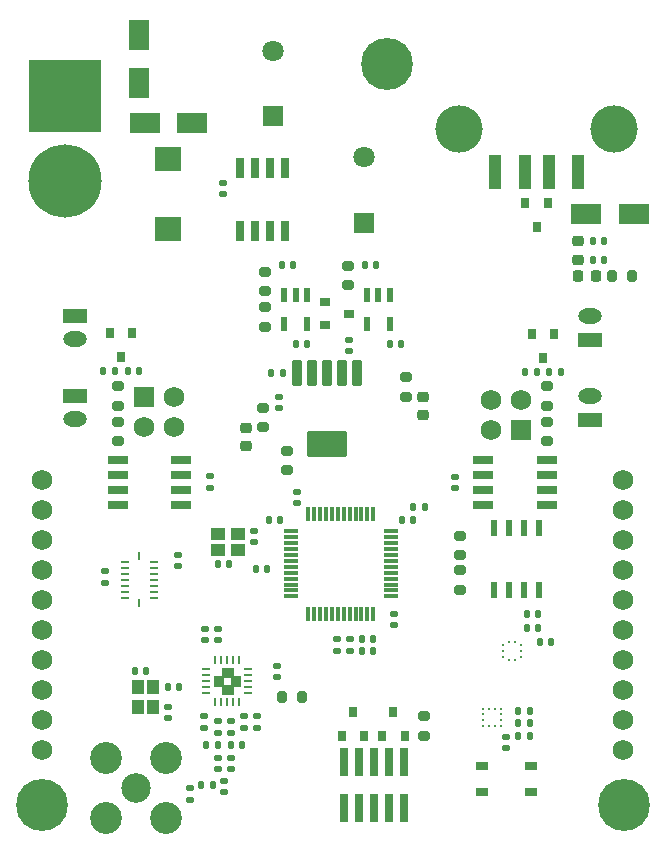
<source format=gbr>
%TF.GenerationSoftware,KiCad,Pcbnew,8.0.3-8.0.3-0~ubuntu22.04.1*%
%TF.CreationDate,2024-07-11T21:31:45-06:00*%
%TF.ProjectId,FCC_KiCAD,4643435f-4b69-4434-9144-2e6b69636164,rev?*%
%TF.SameCoordinates,Original*%
%TF.FileFunction,Soldermask,Top*%
%TF.FilePolarity,Negative*%
%FSLAX46Y46*%
G04 Gerber Fmt 4.6, Leading zero omitted, Abs format (unit mm)*
G04 Created by KiCad (PCBNEW 8.0.3-8.0.3-0~ubuntu22.04.1) date 2024-07-11 21:31:45*
%MOMM*%
%LPD*%
G01*
G04 APERTURE LIST*
G04 Aperture macros list*
%AMRoundRect*
0 Rectangle with rounded corners*
0 $1 Rounding radius*
0 $2 $3 $4 $5 $6 $7 $8 $9 X,Y pos of 4 corners*
0 Add a 4 corners polygon primitive as box body*
4,1,4,$2,$3,$4,$5,$6,$7,$8,$9,$2,$3,0*
0 Add four circle primitives for the rounded corners*
1,1,$1+$1,$2,$3*
1,1,$1+$1,$4,$5*
1,1,$1+$1,$6,$7*
1,1,$1+$1,$8,$9*
0 Add four rect primitives between the rounded corners*
20,1,$1+$1,$2,$3,$4,$5,0*
20,1,$1+$1,$4,$5,$6,$7,0*
20,1,$1+$1,$6,$7,$8,$9,0*
20,1,$1+$1,$8,$9,$2,$3,0*%
G04 Aperture macros list end*
%ADD10C,0.100000*%
%ADD11R,0.250000X0.275000*%
%ADD12R,0.275000X0.250000*%
%ADD13R,0.675000X0.250000*%
%ADD14R,0.250000X0.675000*%
%ADD15R,2.000000X1.300000*%
%ADD16O,2.000000X1.300000*%
%ADD17RoundRect,0.140000X0.140000X0.170000X-0.140000X0.170000X-0.140000X-0.170000X0.140000X-0.170000X0*%
%ADD18R,0.800000X0.900000*%
%ADD19R,2.500000X1.700000*%
%ADD20RoundRect,0.061667X0.783333X0.308333X-0.783333X0.308333X-0.783333X-0.308333X0.783333X-0.308333X0*%
%ADD21C,4.400000*%
%ADD22RoundRect,0.140000X0.170000X-0.140000X0.170000X0.140000X-0.170000X0.140000X-0.170000X-0.140000X0*%
%ADD23R,6.200000X6.200000*%
%ADD24C,6.200000*%
%ADD25RoundRect,0.140000X-0.170000X0.140000X-0.170000X-0.140000X0.170000X-0.140000X0.170000X0.140000X0*%
%ADD26R,0.600000X1.400000*%
%ADD27RoundRect,0.200000X-0.275000X0.200000X-0.275000X-0.200000X0.275000X-0.200000X0.275000X0.200000X0*%
%ADD28R,1.700000X2.500000*%
%ADD29RoundRect,0.140000X-0.140000X-0.170000X0.140000X-0.170000X0.140000X0.170000X-0.140000X0.170000X0*%
%ADD30RoundRect,0.147500X-0.147500X-0.172500X0.147500X-0.172500X0.147500X0.172500X-0.147500X0.172500X0*%
%ADD31RoundRect,0.200000X0.275000X-0.200000X0.275000X0.200000X-0.275000X0.200000X-0.275000X-0.200000X0*%
%ADD32R,2.200000X2.000000*%
%ADD33R,0.280000X0.760000*%
%ADD34R,0.760000X0.280000*%
%ADD35R,1.200000X1.000000*%
%ADD36R,0.550000X1.300000*%
%ADD37R,1.750000X1.750000*%
%ADD38C,1.750000*%
%ADD39RoundRect,0.061667X-0.783333X-0.308333X0.783333X-0.308333X0.783333X0.308333X-0.783333X0.308333X0*%
%ADD40RoundRect,0.218750X0.256250X-0.218750X0.256250X0.218750X-0.256250X0.218750X-0.256250X-0.218750X0*%
%ADD41R,1.800000X1.800000*%
%ADD42C,1.800000*%
%ADD43RoundRect,0.061667X0.308333X-0.783333X0.308333X0.783333X-0.308333X0.783333X-0.308333X-0.783333X0*%
%ADD44RoundRect,0.218750X-0.256250X0.218750X-0.256250X-0.218750X0.256250X-0.218750X0.256250X0.218750X0*%
%ADD45R,1.000000X1.200000*%
%ADD46C,2.500000*%
%ADD47C,2.700000*%
%ADD48RoundRect,0.225000X0.225000X0.250000X-0.225000X0.250000X-0.225000X-0.250000X0.225000X-0.250000X0*%
%ADD49R,0.800000X2.400000*%
%ADD50R,1.193800X0.304800*%
%ADD51R,0.304800X1.193800*%
%ADD52RoundRect,0.147500X0.147500X0.172500X-0.147500X0.172500X-0.147500X-0.172500X0.147500X-0.172500X0*%
%ADD53RoundRect,0.200000X-0.200000X-0.275000X0.200000X-0.275000X0.200000X0.275000X-0.200000X0.275000X0*%
%ADD54RoundRect,0.147500X-0.172500X0.147500X-0.172500X-0.147500X0.172500X-0.147500X0.172500X0.147500X0*%
%ADD55RoundRect,0.060769X-0.334231X1.034231X-0.334231X-1.034231X0.334231X-1.034231X0.334231X1.034231X0*%
%ADD56RoundRect,0.053415X-1.616585X1.041585X-1.616585X-1.041585X1.616585X-1.041585X1.616585X1.041585X0*%
%ADD57R,0.900000X0.800000*%
%ADD58R,1.120000X2.880000*%
%ADD59C,4.000000*%
%ADD60R,1.050000X0.650000*%
G04 APERTURE END LIST*
%TO.C,U2*%
D10*
X141037400Y-117912400D02*
X140287400Y-117912400D01*
X140287400Y-118812400D01*
X141037400Y-118812400D01*
X141037400Y-117912400D01*
G36*
X141037400Y-117912400D02*
G01*
X140287400Y-117912400D01*
X140287400Y-118812400D01*
X141037400Y-118812400D01*
X141037400Y-117912400D01*
G37*
X141837400Y-117262400D02*
X140937400Y-117262400D01*
X140937400Y-118012400D01*
X141837400Y-118012400D01*
X141837400Y-117262400D01*
G36*
X141837400Y-117262400D02*
G01*
X140937400Y-117262400D01*
X140937400Y-118012400D01*
X141837400Y-118012400D01*
X141837400Y-117262400D01*
G37*
X141837400Y-118712400D02*
X140937400Y-118712400D01*
X140937400Y-119462400D01*
X141837400Y-119462400D01*
X141837400Y-118712400D01*
G36*
X141837400Y-118712400D02*
G01*
X140937400Y-118712400D01*
X140937400Y-119462400D01*
X141837400Y-119462400D01*
X141837400Y-118712400D01*
G37*
X142487400Y-117912400D02*
X141737400Y-117912400D01*
X141737400Y-118812400D01*
X142487400Y-118812400D01*
X142487400Y-117912400D01*
G36*
X142487400Y-117912400D02*
G01*
X141737400Y-117912400D01*
X141737400Y-118812400D01*
X142487400Y-118812400D01*
X142487400Y-117912400D01*
G37*
%TD*%
D11*
%TO.C,U4*%
X165750000Y-115050000D03*
X165250000Y-115050000D03*
D12*
X164738000Y-115312001D03*
X164738000Y-115812000D03*
X164738000Y-116311999D03*
D11*
X165250000Y-116574000D03*
X165750000Y-116574000D03*
D12*
X166262000Y-116311999D03*
X166262000Y-115812000D03*
X166262000Y-115312001D03*
%TD*%
D13*
%TO.C,U1*%
X135200000Y-108300001D03*
X135200000Y-108800000D03*
X135200000Y-109300002D03*
X135200000Y-109800001D03*
X135200000Y-110300000D03*
X135200000Y-110800001D03*
X135200000Y-111300001D03*
D14*
X133950000Y-111800001D03*
D13*
X132700000Y-111300002D03*
X132700000Y-110800003D03*
X132700000Y-110300001D03*
X132700000Y-109800002D03*
X132700000Y-109300003D03*
X132700000Y-108800001D03*
X132700000Y-108300002D03*
D14*
X133950000Y-107800001D03*
%TD*%
D15*
%TO.C,J4*%
X128510000Y-87450000D03*
D16*
X128510000Y-89450000D03*
%TD*%
D15*
%TO.C,J5*%
X128510000Y-94200000D03*
D16*
X128510000Y-96200000D03*
%TD*%
D15*
%TO.C,J6*%
X172085000Y-96250000D03*
D16*
X172085000Y-94250000D03*
%TD*%
D15*
%TO.C,J7*%
X172085000Y-89500000D03*
D16*
X172085000Y-87500000D03*
%TD*%
D17*
%TO.C,C55*%
X141565001Y-108499999D03*
X140605001Y-108499999D03*
%TD*%
D18*
%TO.C,D12*%
X151100000Y-123000000D03*
X153000000Y-123000000D03*
X152050000Y-121000000D03*
%TD*%
D19*
%TO.C,D6*%
X138385000Y-71100000D03*
X134385000Y-71100000D03*
%TD*%
D20*
%TO.C,U5*%
X137500000Y-103440000D03*
X137500000Y-102170000D03*
X137500000Y-100900000D03*
X137500000Y-99630000D03*
X132100000Y-99630000D03*
X132100000Y-100900000D03*
X132100000Y-102170000D03*
X132100000Y-103440000D03*
%TD*%
D21*
%TO.C,H3*%
X174935000Y-128860000D03*
%TD*%
D17*
%TO.C,C40*%
X156085001Y-89800000D03*
X155125001Y-89800000D03*
%TD*%
D22*
%TO.C,C51*%
X147300001Y-103309998D03*
X147300001Y-102349998D03*
%TD*%
%TO.C,C5*%
X140612400Y-114917400D03*
X140612400Y-113957400D03*
%TD*%
D18*
%TO.C,D1*%
X133350000Y-88900000D03*
X131450000Y-88900000D03*
X132400000Y-90900000D03*
%TD*%
D17*
%TO.C,C8*%
X137287400Y-118867400D03*
X136327400Y-118867400D03*
%TD*%
D23*
%TO.C,J8*%
X127675000Y-68850000D03*
D24*
X127675000Y-76050000D03*
%TD*%
D25*
%TO.C,C26*%
X164970000Y-123100000D03*
X164970000Y-124060000D03*
%TD*%
D18*
%TO.C,D13*%
X154500000Y-123000000D03*
X156400000Y-123000000D03*
X155450000Y-121000000D03*
%TD*%
D26*
%TO.C,U3*%
X167770000Y-105400000D03*
X166500000Y-105400000D03*
X165230000Y-105400000D03*
X163960000Y-105400000D03*
X163960000Y-110700000D03*
X165230000Y-110700000D03*
X166500000Y-110700000D03*
X167770000Y-110700000D03*
%TD*%
D17*
%TO.C,C3*%
X134510000Y-117492400D03*
X133550000Y-117492400D03*
%TD*%
D27*
%TO.C,R10*%
X156485000Y-92650000D03*
X156485000Y-94300000D03*
%TD*%
D28*
%TO.C,D3*%
X133885000Y-67700000D03*
X133885000Y-63700000D03*
%TD*%
D21*
%TO.C,H1*%
X154935000Y-66150000D03*
%TD*%
D29*
%TO.C,C28*%
X166610000Y-92175000D03*
X167570000Y-92175000D03*
%TD*%
D25*
%TO.C,C22*%
X160630000Y-101075000D03*
X160630000Y-102035000D03*
%TD*%
D30*
%TO.C,L1*%
X139617400Y-123792400D03*
X140587400Y-123792400D03*
%TD*%
D25*
%TO.C,C6*%
X136357400Y-120567400D03*
X136357400Y-121527400D03*
%TD*%
D31*
%TO.C,R14*%
X161050000Y-110650000D03*
X161050000Y-109000000D03*
%TD*%
D25*
%TO.C,C10*%
X143887400Y-121342400D03*
X143887400Y-122302400D03*
%TD*%
D32*
%TO.C,L4*%
X136385000Y-74200000D03*
X136385000Y-80100000D03*
%TD*%
D25*
%TO.C,C43*%
X145725000Y-94290000D03*
X145725000Y-95250000D03*
%TD*%
D17*
%TO.C,C24*%
X169610000Y-92175000D03*
X168650000Y-92175000D03*
%TD*%
D29*
%TO.C,C25*%
X166020000Y-121950000D03*
X166980000Y-121950000D03*
%TD*%
D27*
%TO.C,R12*%
X158000000Y-121350000D03*
X158000000Y-123000000D03*
%TD*%
D29*
%TO.C,C49*%
X157150001Y-103649999D03*
X158110001Y-103649999D03*
%TD*%
D31*
%TO.C,R15*%
X146450000Y-100500000D03*
X146450000Y-98850000D03*
%TD*%
D33*
%TO.C,U2*%
X142387400Y-116582400D03*
X141887400Y-116582400D03*
X141387400Y-116582400D03*
X140887401Y-116582400D03*
X140387399Y-116582400D03*
D34*
X139607400Y-117362399D03*
X139607400Y-117862400D03*
X139607400Y-118362400D03*
X139607400Y-118862399D03*
X139607400Y-119362400D03*
D33*
X140387399Y-120142400D03*
X140887400Y-120142400D03*
X141387400Y-120142400D03*
X141887400Y-120142400D03*
X142387401Y-120142400D03*
D34*
X143167400Y-119362400D03*
X143167400Y-118862400D03*
X143167400Y-118362400D03*
X143167400Y-117862400D03*
X143167400Y-117362400D03*
%TD*%
D35*
%TO.C,X2*%
X142300001Y-105950000D03*
X140600001Y-105950000D03*
X140600001Y-107250000D03*
X142300001Y-107250000D03*
%TD*%
D29*
%TO.C,C30*%
X166020000Y-120900000D03*
X166980000Y-120900000D03*
%TD*%
D36*
%TO.C,D7*%
X148125000Y-85650000D03*
X147174999Y-85650000D03*
X146224999Y-85650000D03*
X146224999Y-88150000D03*
X148125000Y-88150000D03*
%TD*%
D25*
%TO.C,C44*%
X150700000Y-114850000D03*
X150700000Y-115810000D03*
%TD*%
D37*
%TO.C,J2*%
X134300000Y-94360000D03*
D38*
X136840000Y-94360000D03*
X134300000Y-96900000D03*
X136840000Y-96900000D03*
%TD*%
D19*
%TO.C,D4*%
X171785000Y-78800000D03*
X175785000Y-78800000D03*
%TD*%
D39*
%TO.C,U6*%
X163030000Y-99665000D03*
X163030000Y-100935000D03*
X163030000Y-102205000D03*
X163030000Y-103475000D03*
X168430000Y-103475000D03*
X168430000Y-102205000D03*
X168430000Y-100935000D03*
X168430000Y-99665000D03*
%TD*%
D29*
%TO.C,C29*%
X166020000Y-123000000D03*
X166980000Y-123000000D03*
%TD*%
D22*
%TO.C,C21*%
X139925000Y-102000000D03*
X139925000Y-101040000D03*
%TD*%
D40*
%TO.C,D10*%
X157950000Y-95875000D03*
X157950000Y-94300000D03*
%TD*%
D29*
%TO.C,C37*%
X146015000Y-83150000D03*
X146975000Y-83150000D03*
%TD*%
D17*
%TO.C,C34*%
X173295000Y-82725000D03*
X172335000Y-82725000D03*
%TD*%
D29*
%TO.C,C19*%
X167850000Y-115050000D03*
X168810000Y-115050000D03*
%TD*%
D25*
%TO.C,C17*%
X138200000Y-127440000D03*
X138200000Y-128400000D03*
%TD*%
D22*
%TO.C,C2*%
X137200000Y-108650000D03*
X137200000Y-107690000D03*
%TD*%
%TO.C,C41*%
X151725000Y-90450000D03*
X151725000Y-89490000D03*
%TD*%
D29*
%TO.C,C14*%
X141687400Y-123792400D03*
X142647400Y-123792400D03*
%TD*%
D22*
%TO.C,C1*%
X131000000Y-110050002D03*
X131000000Y-109090002D03*
%TD*%
D31*
%TO.C,R5*%
X168430000Y-95075000D03*
X168430000Y-93425000D03*
%TD*%
D41*
%TO.C,C31*%
X145285000Y-70511800D03*
D42*
X145285000Y-65000000D03*
%TD*%
D11*
%TO.C,U7*%
X163049999Y-122200001D03*
X163550000Y-122200002D03*
X164050000Y-122200002D03*
X164550001Y-122200002D03*
D12*
X164560000Y-121700001D03*
X164560000Y-121200001D03*
D11*
X164550001Y-120700000D03*
X164050000Y-120700000D03*
X163550000Y-120700000D03*
X163049999Y-120700000D03*
D12*
X163040000Y-121200001D03*
X163040000Y-121700001D03*
%TD*%
D40*
%TO.C,D11*%
X142950000Y-98500000D03*
X142950000Y-96925000D03*
%TD*%
D17*
%TO.C,C48*%
X145865001Y-104750000D03*
X144905001Y-104750000D03*
%TD*%
D29*
%TO.C,C18*%
X166740000Y-112700000D03*
X167700000Y-112700000D03*
%TD*%
D27*
%TO.C,R13*%
X161050000Y-106050000D03*
X161050000Y-107700000D03*
%TD*%
D43*
%TO.C,U8*%
X142485000Y-80300000D03*
X143755000Y-80300000D03*
X145025000Y-80300000D03*
X146295000Y-80300000D03*
X146295000Y-74900000D03*
X145025000Y-74900000D03*
X143755000Y-74900000D03*
X142485000Y-74900000D03*
%TD*%
D25*
%TO.C,C11*%
X140587400Y-121782400D03*
X140587400Y-122742400D03*
%TD*%
D44*
%TO.C,FB1*%
X171085000Y-81125000D03*
X171085000Y-82700000D03*
%TD*%
D45*
%TO.C,X1*%
X133787400Y-118867400D03*
X133787400Y-120567400D03*
X135087400Y-120567400D03*
X135087400Y-118867400D03*
%TD*%
D46*
%TO.C,J1*%
X133685000Y-127400000D03*
D47*
X136225000Y-124860000D03*
X131145000Y-124860000D03*
X136225000Y-129940000D03*
X131145000Y-129940000D03*
%TD*%
D31*
%TO.C,R2*%
X132100000Y-95050000D03*
X132100000Y-93400000D03*
%TD*%
D25*
%TO.C,C16*%
X141125000Y-126825000D03*
X141125000Y-127785000D03*
%TD*%
D21*
%TO.C,H2*%
X125685000Y-128860000D03*
%TD*%
D22*
%TO.C,C52*%
X143650001Y-106609999D03*
X143650001Y-105649999D03*
%TD*%
D29*
%TO.C,C27*%
X130900000Y-92100000D03*
X131860000Y-92100000D03*
%TD*%
D27*
%TO.C,R11*%
X144450000Y-95250000D03*
X144450000Y-96900000D03*
%TD*%
D41*
%TO.C,C36*%
X152985000Y-79550000D03*
D42*
X152985000Y-74038200D03*
%TD*%
D48*
%TO.C,C35*%
X172635000Y-84100000D03*
X171085000Y-84100000D03*
%TD*%
D49*
%TO.C,J10*%
X151230000Y-129150002D03*
X151230000Y-125250000D03*
X152500000Y-129150002D03*
X152500000Y-125250000D03*
X153770000Y-129150002D03*
X153770000Y-125250000D03*
X155040000Y-129150002D03*
X155040000Y-125250000D03*
X156310000Y-129150002D03*
X156310000Y-125250000D03*
%TD*%
D50*
%TO.C,U10*%
X146750001Y-105699999D03*
X146750001Y-106199998D03*
X146750001Y-106700000D03*
X146750001Y-107199999D03*
X146750001Y-107699998D03*
X146750001Y-108199999D03*
X146750001Y-108699999D03*
X146750001Y-109200000D03*
X146750001Y-109699999D03*
X146750001Y-110199998D03*
X146750001Y-110700000D03*
X146750001Y-111199999D03*
D51*
X148250000Y-112699998D03*
X148749999Y-112699998D03*
X149250001Y-112699998D03*
X149750000Y-112699998D03*
X150249999Y-112699998D03*
X150750000Y-112699998D03*
X151250000Y-112699998D03*
X151750001Y-112699998D03*
X152250000Y-112699998D03*
X152749999Y-112699998D03*
X153250001Y-112699998D03*
X153750000Y-112699998D03*
D50*
X155249999Y-111199999D03*
X155249999Y-110700000D03*
X155249999Y-110199998D03*
X155249999Y-109699999D03*
X155249999Y-109200000D03*
X155249999Y-108699999D03*
X155249999Y-108199999D03*
X155249999Y-107699998D03*
X155249999Y-107199999D03*
X155249999Y-106700000D03*
X155249999Y-106199998D03*
X155249999Y-105699999D03*
D51*
X153750000Y-104200000D03*
X153250001Y-104200000D03*
X152749999Y-104200000D03*
X152250000Y-104200000D03*
X151750001Y-104200000D03*
X151250000Y-104200000D03*
X150750000Y-104200000D03*
X150249999Y-104200000D03*
X149750000Y-104200000D03*
X149250001Y-104200000D03*
X148749999Y-104200000D03*
X148250000Y-104200000D03*
%TD*%
D25*
%TO.C,C13*%
X139452400Y-121342400D03*
X139452400Y-122302400D03*
%TD*%
D27*
%TO.C,R9*%
X151575000Y-83200000D03*
X151575000Y-84850000D03*
%TD*%
D25*
%TO.C,C45*%
X151750000Y-114850000D03*
X151750000Y-115810000D03*
%TD*%
D52*
%TO.C,L3*%
X140145000Y-127150000D03*
X139175000Y-127150000D03*
%TD*%
D53*
%TO.C,R6*%
X173985000Y-84100000D03*
X175635000Y-84100000D03*
%TD*%
D25*
%TO.C,C9*%
X142837400Y-121342400D03*
X142837400Y-122302400D03*
%TD*%
D27*
%TO.C,R4*%
X132100000Y-96400000D03*
X132100000Y-98050000D03*
%TD*%
D54*
%TO.C,L2*%
X141687400Y-124872400D03*
X141687400Y-125842400D03*
%TD*%
D27*
%TO.C,R7*%
X144575000Y-83700000D03*
X144575000Y-85350000D03*
%TD*%
D25*
%TO.C,C54*%
X155465001Y-112700000D03*
X155465001Y-113660000D03*
%TD*%
D29*
%TO.C,C38*%
X153025000Y-83150000D03*
X153985000Y-83150000D03*
%TD*%
D55*
%TO.C,U9*%
X152365000Y-92300000D03*
X151095000Y-92300000D03*
X149825000Y-92300000D03*
X148555000Y-92300000D03*
X147285000Y-92300000D03*
D56*
X149825000Y-98300000D03*
%TD*%
D37*
%TO.C,J3*%
X166270000Y-97075000D03*
D38*
X163730000Y-97075000D03*
X166270000Y-94535000D03*
X163730000Y-94535000D03*
%TD*%
D36*
%TO.C,D9*%
X155125001Y-85650000D03*
X154175000Y-85650000D03*
X153225000Y-85650000D03*
X153225000Y-88150000D03*
X155125001Y-88150000D03*
%TD*%
D17*
%TO.C,C23*%
X133900000Y-92100000D03*
X132940000Y-92100000D03*
%TD*%
D57*
%TO.C,D8*%
X149675000Y-86300000D03*
X149675000Y-88200000D03*
X151675000Y-87250000D03*
%TD*%
D29*
%TO.C,C53*%
X156165001Y-104750000D03*
X157125001Y-104750000D03*
%TD*%
D58*
%TO.C,J9*%
X171085000Y-75230000D03*
X168585000Y-75230000D03*
X166585000Y-75230000D03*
X164085000Y-75230000D03*
D59*
X174155000Y-71650000D03*
X161015000Y-71650000D03*
%TD*%
D38*
%TO.C,J11*%
X125685000Y-101320000D03*
X125685000Y-103860000D03*
X125685000Y-106400000D03*
X125685000Y-108940000D03*
X125685000Y-111480000D03*
X125685000Y-114020000D03*
X125685000Y-116560000D03*
X125685000Y-119100000D03*
X125685000Y-121640000D03*
X125685000Y-124180000D03*
%TD*%
D18*
%TO.C,D2*%
X169050000Y-88975000D03*
X167150000Y-88975000D03*
X168100000Y-90975000D03*
%TD*%
D29*
%TO.C,C20*%
X166750000Y-113850000D03*
X167710000Y-113850000D03*
%TD*%
%TO.C,C46*%
X152797498Y-115852500D03*
X153757498Y-115852500D03*
%TD*%
D22*
%TO.C,C7*%
X139500000Y-114910000D03*
X139500000Y-113950000D03*
%TD*%
D27*
%TO.C,R8*%
X144575000Y-86700000D03*
X144575000Y-88350000D03*
%TD*%
D60*
%TO.C,S1*%
X167125000Y-127725000D03*
X162975000Y-127725000D03*
X167125000Y-125575000D03*
X162975000Y-125575000D03*
%TD*%
D17*
%TO.C,C32*%
X173295000Y-81125000D03*
X172335000Y-81125000D03*
%TD*%
D18*
%TO.C,D5*%
X168535000Y-77900000D03*
X166635000Y-77900000D03*
X167585000Y-79900000D03*
%TD*%
D38*
%TO.C,J12*%
X174885000Y-101320000D03*
X174885000Y-103860000D03*
X174885000Y-106400000D03*
X174885000Y-108940000D03*
X174885000Y-111480000D03*
X174885000Y-114020000D03*
X174885000Y-116560000D03*
X174885000Y-119100000D03*
X174885000Y-121640000D03*
X174885000Y-124180000D03*
%TD*%
D29*
%TO.C,C39*%
X147165000Y-89800000D03*
X148125000Y-89800000D03*
%TD*%
D22*
%TO.C,C4*%
X145625000Y-118042400D03*
X145625000Y-117082400D03*
%TD*%
D29*
%TO.C,C42*%
X145115000Y-92300000D03*
X146075000Y-92300000D03*
%TD*%
D53*
%TO.C,R1*%
X146037400Y-119692400D03*
X147687400Y-119692400D03*
%TD*%
D17*
%TO.C,C50*%
X144760000Y-108900000D03*
X143800000Y-108900000D03*
%TD*%
D25*
%TO.C,C15*%
X140587400Y-124882400D03*
X140587400Y-125842400D03*
%TD*%
D27*
%TO.C,R3*%
X168430000Y-96425000D03*
X168430000Y-98075000D03*
%TD*%
D29*
%TO.C,C47*%
X152797498Y-114802500D03*
X153757498Y-114802500D03*
%TD*%
D25*
%TO.C,C12*%
X141687400Y-121782400D03*
X141687400Y-122742400D03*
%TD*%
D22*
%TO.C,C33*%
X141000000Y-77160000D03*
X141000000Y-76200000D03*
%TD*%
M02*

</source>
